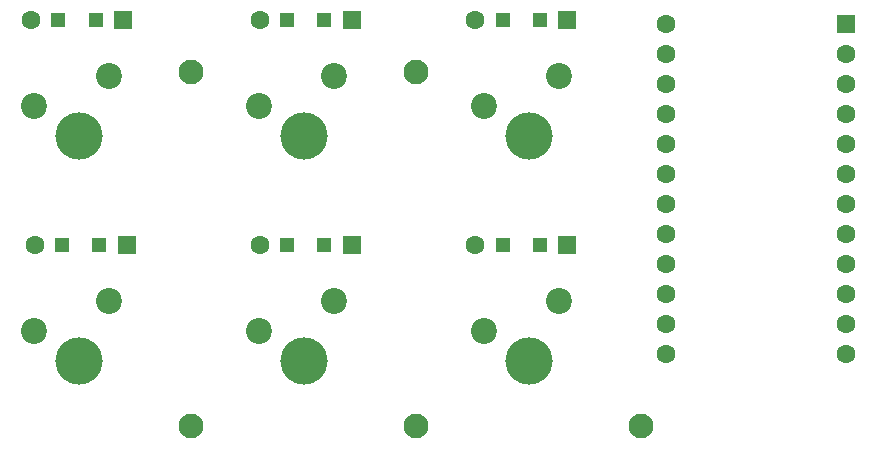
<source format=gbs>
%TF.GenerationSoftware,KiCad,Pcbnew,(6.0.4)*%
%TF.CreationDate,2022-04-14T11:49:59+05:30*%
%TF.ProjectId,6keymacro,366b6579-6d61-4637-926f-2e6b69636164,rev?*%
%TF.SameCoordinates,Original*%
%TF.FileFunction,Soldermask,Bot*%
%TF.FilePolarity,Negative*%
%FSLAX46Y46*%
G04 Gerber Fmt 4.6, Leading zero omitted, Abs format (unit mm)*
G04 Created by KiCad (PCBNEW (6.0.4)) date 2022-04-14 11:49:59*
%MOMM*%
%LPD*%
G01*
G04 APERTURE LIST*
%ADD10C,2.100000*%
%ADD11C,4.000000*%
%ADD12C,2.200000*%
%ADD13R,1.200000X1.200000*%
%ADD14R,1.600000X1.600000*%
%ADD15C,1.600000*%
G04 APERTURE END LIST*
D10*
%TO.C,REF\u002A\u002A*%
X164084000Y-77216000D03*
%TD*%
%TO.C,REF\u002A\u002A*%
X125984000Y-77216000D03*
%TD*%
%TO.C,REF\u002A\u002A*%
X145034000Y-77216000D03*
%TD*%
%TO.C,REF\u002A\u002A*%
X145034000Y-47244000D03*
%TD*%
%TO.C,REF\u002A\u002A*%
X125984000Y-47244000D03*
%TD*%
D11*
%TO.C,K5*%
X154622500Y-52705000D03*
D12*
X157162500Y-47625000D03*
X150812500Y-50165000D03*
%TD*%
D11*
%TO.C,K4*%
X135572500Y-71755000D03*
D12*
X138112500Y-66675000D03*
X131762500Y-69215000D03*
%TD*%
D11*
%TO.C,K1*%
X116522500Y-52705000D03*
D12*
X119062500Y-47625000D03*
X112712500Y-50165000D03*
%TD*%
D11*
%TO.C,K2*%
X116522500Y-71755000D03*
D12*
X119062500Y-66675000D03*
X112712500Y-69215000D03*
%TD*%
D11*
%TO.C,K3*%
X135572500Y-52705000D03*
D12*
X138112500Y-47625000D03*
X131762500Y-50165000D03*
%TD*%
D11*
%TO.C,K6*%
X154622500Y-71755000D03*
D12*
X157162500Y-66675000D03*
X150812500Y-69215000D03*
%TD*%
D13*
%TO.C,D2*%
X118256250Y-61912500D03*
D14*
X120581250Y-61912500D03*
D13*
X115106250Y-61912500D03*
D15*
X112781250Y-61912500D03*
%TD*%
D14*
%TO.C,D3*%
X139631250Y-42862500D03*
D13*
X137306250Y-42862500D03*
X134156250Y-42862500D03*
D15*
X131831250Y-42862500D03*
%TD*%
D14*
%TO.C,D5*%
X157875000Y-42862500D03*
D13*
X155550000Y-42862500D03*
D15*
X150075000Y-42862500D03*
D13*
X152400000Y-42862500D03*
%TD*%
D14*
%TO.C,D4*%
X139631250Y-61912500D03*
D13*
X137306250Y-61912500D03*
D15*
X131831250Y-61912500D03*
D13*
X134156250Y-61912500D03*
%TD*%
%TO.C,D6*%
X155550000Y-61912500D03*
D14*
X157875000Y-61912500D03*
D15*
X150075000Y-61912500D03*
D13*
X152400000Y-61912500D03*
%TD*%
%TO.C,D1*%
X117937500Y-42862500D03*
D14*
X120262500Y-42862500D03*
D13*
X114787500Y-42862500D03*
D15*
X112462500Y-42862500D03*
%TD*%
D14*
%TO.C,U1*%
X181451250Y-43180000D03*
D15*
X181451250Y-45720000D03*
X181451250Y-48260000D03*
X181451250Y-50800000D03*
X181451250Y-53340000D03*
X181451250Y-55880000D03*
X181451250Y-58420000D03*
X181451250Y-60960000D03*
X181451250Y-63500000D03*
X181451250Y-66040000D03*
X181451250Y-68580000D03*
X181451250Y-71120000D03*
X166211250Y-71120000D03*
X166211250Y-68580000D03*
X166211250Y-66040000D03*
X166211250Y-63500000D03*
X166211250Y-60960000D03*
X166211250Y-58420000D03*
X166211250Y-55880000D03*
X166211250Y-53340000D03*
X166211250Y-50800000D03*
X166211250Y-48260000D03*
X166211250Y-45720000D03*
X166211250Y-43180000D03*
%TD*%
M02*

</source>
